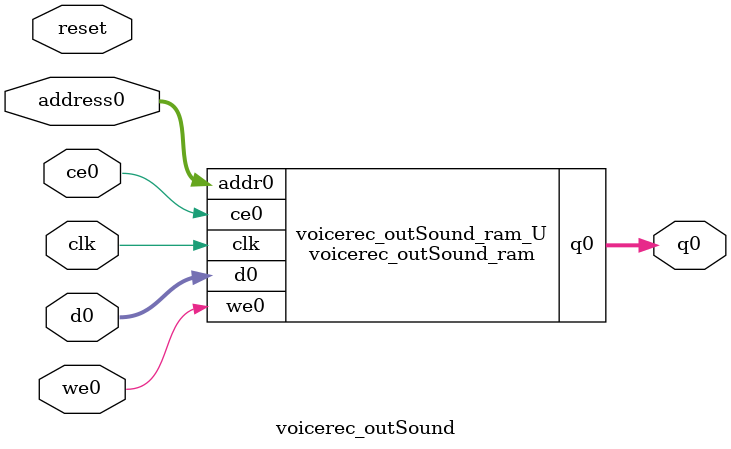
<source format=v>

`timescale 1 ns / 1 ps
module voicerec_outSound_ram (addr0, ce0, d0, we0, q0,  clk);

parameter DWIDTH = 32;
parameter AWIDTH = 13;
parameter MEM_SIZE = 8000;

input[AWIDTH-1:0] addr0;
input ce0;
input[DWIDTH-1:0] d0;
input we0;
output reg[DWIDTH-1:0] q0;
input clk;

(* ram_style = "block" *)reg [DWIDTH-1:0] ram[MEM_SIZE-1:0];




always @(posedge clk)  
begin 
    if (ce0) 
    begin
        if (we0) 
        begin 
            ram[addr0] <= d0; 
            q0 <= d0;
        end 
        else 
            q0 <= ram[addr0];
    end
end


endmodule


`timescale 1 ns / 1 ps
module voicerec_outSound(
    reset,
    clk,
    address0,
    ce0,
    we0,
    d0,
    q0);

parameter DataWidth = 32'd32;
parameter AddressRange = 32'd8000;
parameter AddressWidth = 32'd13;
input reset;
input clk;
input[AddressWidth - 1:0] address0;
input ce0;
input we0;
input[DataWidth - 1:0] d0;
output[DataWidth - 1:0] q0;



voicerec_outSound_ram voicerec_outSound_ram_U(
    .clk( clk ),
    .addr0( address0 ),
    .ce0( ce0 ),
    .d0( d0 ),
    .we0( we0 ),
    .q0( q0 ));

endmodule


</source>
